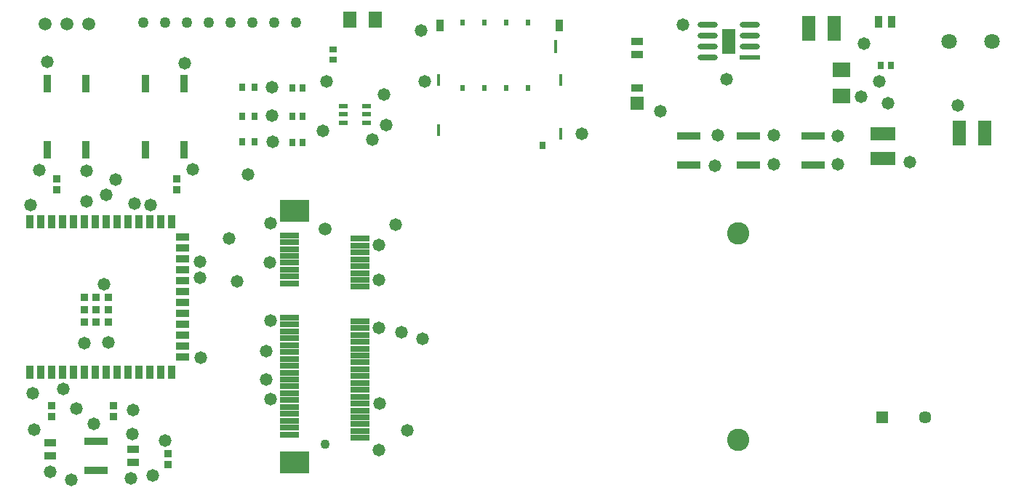
<source format=gts>
G04*
G04 #@! TF.GenerationSoftware,Altium Limited,Altium Designer,24.8.2 (39)*
G04*
G04 Layer_Color=8388736*
%FSLAX44Y44*%
%MOMM*%
G71*
G04*
G04 #@! TF.SameCoordinates,C4C63D13-D3AA-445C-89B5-11D78E456874*
G04*
G04*
G04 #@! TF.FilePolarity,Negative*
G04*
G01*
G75*
%ADD18R,1.5562X1.5544*%
%ADD19R,1.3500X0.9500*%
%ADD20R,0.6000X0.8000*%
%ADD21R,0.8000X0.8500*%
%ADD22R,0.4200X1.4000*%
%ADD23R,0.8700X1.4000*%
%ADD24R,0.4000X1.5000*%
%ADD25R,0.6500X0.9000*%
%ADD26R,0.7500X0.9000*%
%ADD27R,1.6038X2.8550*%
%ADD28R,0.9000X0.7500*%
%ADD29R,1.6038X1.8582*%
%ADD30R,0.9779X0.6096*%
%ADD31R,2.8550X1.6038*%
%ADD32R,0.8890X1.4986*%
%ADD33R,1.4986X0.8890*%
%ADD34R,0.8890X0.8890*%
%ADD35R,0.8582X0.8061*%
%ADD38R,2.8042X0.9531*%
%ADD39R,0.9500X1.3500*%
%ADD41R,0.8636X2.0066*%
G04:AMPARAMS|DCode=42|XSize=2.3531mm|YSize=0.6221mm|CornerRadius=0.3111mm|HoleSize=0mm|Usage=FLASHONLY|Rotation=180.000|XOffset=0mm|YOffset=0mm|HoleType=Round|Shape=RoundedRectangle|*
%AMROUNDEDRECTD42*
21,1,2.3531,0.0000,0,0,180.0*
21,1,1.7310,0.6221,0,0,180.0*
1,1,0.6221,-0.8655,0.0000*
1,1,0.6221,0.8655,0.0000*
1,1,0.6221,0.8655,0.0000*
1,1,0.6221,-0.8655,0.0000*
%
%ADD42ROUNDEDRECTD42*%
%ADD43R,2.3531X0.6221*%
%ADD44R,2.2032X0.8032*%
%ADD45R,3.4032X2.5032*%
%ADD46R,2.1032X1.7032*%
%ADD47C,1.5032*%
%ADD48C,1.1032*%
%ADD49C,2.6032*%
%ADD50R,1.4500X1.4500*%
%ADD51C,1.4500*%
%ADD52C,1.8034*%
%ADD53C,1.2700*%
%ADD54C,1.4986*%
%ADD55C,1.4732*%
D18*
X720090Y462542D02*
D03*
D19*
Y480060D02*
D03*
X36830Y67190D02*
D03*
Y52190D02*
D03*
X133350Y59570D02*
D03*
Y44570D02*
D03*
X720090Y534670D02*
D03*
Y519670D02*
D03*
D20*
X592470Y480640D02*
D03*
X567070D02*
D03*
X541670D02*
D03*
X516270D02*
D03*
X592470Y556840D02*
D03*
X567070D02*
D03*
X541670D02*
D03*
X516270D02*
D03*
D21*
X609870Y413640D02*
D03*
D22*
X631270Y427440D02*
D03*
Y490040D02*
D03*
X488970D02*
D03*
Y431440D02*
D03*
D23*
X490570Y553540D02*
D03*
X629570D02*
D03*
D24*
X625470Y528840D02*
D03*
D25*
X274690Y417830D02*
D03*
X260190D02*
D03*
X259820Y481330D02*
D03*
X274320D02*
D03*
X260190Y447185D02*
D03*
X274690D02*
D03*
D26*
X330470Y447200D02*
D03*
X318470D02*
D03*
Y416560D02*
D03*
X330470D02*
D03*
X318470Y480060D02*
D03*
X330470D02*
D03*
X1015650Y506730D02*
D03*
X1003650D02*
D03*
D27*
X1095224Y427990D02*
D03*
X1124736D02*
D03*
X919964Y549910D02*
D03*
X949476D02*
D03*
X826770Y534670D02*
D03*
D28*
X365760Y513430D02*
D03*
Y525430D02*
D03*
D29*
X385294Y560070D02*
D03*
X414806D02*
D03*
D30*
X377508Y449580D02*
D03*
X404813Y459080D02*
D03*
Y449580D02*
D03*
Y440080D02*
D03*
X377508D02*
D03*
Y459080D02*
D03*
D31*
X1005840Y427506D02*
D03*
Y397994D02*
D03*
D32*
X38370Y149720D02*
D03*
X51070D02*
D03*
X63770D02*
D03*
X76470D02*
D03*
X89170D02*
D03*
X101870D02*
D03*
X114570D02*
D03*
X127270D02*
D03*
X139970D02*
D03*
X152670D02*
D03*
X165370D02*
D03*
X178070D02*
D03*
Y324720D02*
D03*
X165370D02*
D03*
X152670D02*
D03*
X139970D02*
D03*
X127270D02*
D03*
X114570D02*
D03*
X101870D02*
D03*
X89170D02*
D03*
X76470D02*
D03*
X63770D02*
D03*
X51070D02*
D03*
X38370D02*
D03*
X25670D02*
D03*
Y149720D02*
D03*
X12970D02*
D03*
Y324720D02*
D03*
D33*
X190570Y167370D02*
D03*
Y180070D02*
D03*
Y192770D02*
D03*
Y205470D02*
D03*
Y218170D02*
D03*
Y230870D02*
D03*
Y243570D02*
D03*
Y256270D02*
D03*
Y268970D02*
D03*
Y281670D02*
D03*
Y294370D02*
D03*
Y307070D02*
D03*
D34*
X76170Y208220D02*
D03*
X90170Y222220D02*
D03*
X76170D02*
D03*
X90170Y208220D02*
D03*
X76170Y236220D02*
D03*
X90170D02*
D03*
X104170Y208220D02*
D03*
Y236220D02*
D03*
Y222220D02*
D03*
D35*
X38100Y110151D02*
D03*
Y98129D02*
D03*
X173990Y42249D02*
D03*
Y54271D02*
D03*
X110490Y98129D02*
D03*
Y110151D02*
D03*
X44450Y362289D02*
D03*
Y374311D02*
D03*
X184150Y362289D02*
D03*
Y374311D02*
D03*
D38*
X90170Y68820D02*
D03*
Y35320D02*
D03*
X924560Y390920D02*
D03*
Y424420D02*
D03*
X779780Y390920D02*
D03*
Y424420D02*
D03*
X849630Y390920D02*
D03*
Y424420D02*
D03*
D39*
X1015880Y557530D02*
D03*
X1000880D02*
D03*
D41*
X147680Y485521D02*
D03*
X192680D02*
D03*
Y408559D02*
D03*
X147680D02*
D03*
X78380D02*
D03*
X33380D02*
D03*
Y485521D02*
D03*
X78380D02*
D03*
D42*
X851535Y528320D02*
D03*
Y541020D02*
D03*
Y553720D02*
D03*
X802004D02*
D03*
Y541020D02*
D03*
Y528320D02*
D03*
Y515620D02*
D03*
D43*
X851535D02*
D03*
D44*
X397510Y208920D02*
D03*
Y144920D02*
D03*
Y176920D02*
D03*
Y296920D02*
D03*
Y120920D02*
D03*
Y80920D02*
D03*
X315510Y276920D02*
D03*
Y252920D02*
D03*
Y196920D02*
D03*
Y140920D02*
D03*
Y172920D02*
D03*
Y164920D02*
D03*
Y108920D02*
D03*
Y132920D02*
D03*
X397510Y304920D02*
D03*
Y72920D02*
D03*
X315510Y116920D02*
D03*
Y124920D02*
D03*
Y212920D02*
D03*
Y260920D02*
D03*
Y268920D02*
D03*
Y284920D02*
D03*
Y292920D02*
D03*
Y300920D02*
D03*
Y308920D02*
D03*
Y204920D02*
D03*
Y188920D02*
D03*
Y180920D02*
D03*
Y156920D02*
D03*
Y148920D02*
D03*
Y100920D02*
D03*
Y92920D02*
D03*
Y84920D02*
D03*
Y76920D02*
D03*
X397510Y88920D02*
D03*
Y96920D02*
D03*
Y104920D02*
D03*
Y112920D02*
D03*
Y128920D02*
D03*
Y136920D02*
D03*
Y152920D02*
D03*
Y160920D02*
D03*
Y168920D02*
D03*
Y184920D02*
D03*
Y192920D02*
D03*
Y200920D02*
D03*
Y288920D02*
D03*
Y280920D02*
D03*
Y272920D02*
D03*
Y264920D02*
D03*
Y256920D02*
D03*
Y248920D02*
D03*
D45*
X321510Y337420D02*
D03*
Y44420D02*
D03*
D46*
X957580Y471410D02*
D03*
Y501410D02*
D03*
D47*
X356510Y315920D02*
D03*
D48*
Y65920D02*
D03*
D49*
X837370Y70910D02*
D03*
Y311360D02*
D03*
D50*
X1004970Y96520D02*
D03*
D51*
X1054970D02*
D03*
D52*
X1083310Y534670D02*
D03*
X1133310D02*
D03*
D53*
X144780Y556260D02*
D03*
X170180D02*
D03*
X195580D02*
D03*
X220980D02*
D03*
X297180D02*
D03*
X322580D02*
D03*
X271780D02*
D03*
X246380D02*
D03*
D54*
X55880Y554990D02*
D03*
X81280D02*
D03*
X30480D02*
D03*
D55*
X411480Y420370D02*
D03*
X427990Y436880D02*
D03*
X425450Y472440D02*
D03*
X472440Y487680D02*
D03*
X468630Y547370D02*
D03*
X655320Y426720D02*
D03*
X294640Y481330D02*
D03*
Y448310D02*
D03*
X295910Y417830D02*
D03*
X358140Y487680D02*
D03*
X354330Y430530D02*
D03*
X824230Y490220D02*
D03*
X1093470Y459740D02*
D03*
X1012344Y462788D02*
D03*
X746760Y453390D02*
D03*
X980440Y469900D02*
D03*
X1037590Y393700D02*
D03*
X210820Y278130D02*
D03*
X99060Y251460D02*
D03*
X104140Y184150D02*
D03*
X76200Y182880D02*
D03*
X78740Y347980D02*
D03*
X101600Y355600D02*
D03*
X113030Y373380D02*
D03*
X153670Y344170D02*
D03*
X134620Y345440D02*
D03*
X52070Y129540D02*
D03*
X16510Y124460D02*
D03*
X17780Y82550D02*
D03*
X67310Y106680D02*
D03*
X87630Y88900D02*
D03*
X953770Y391160D02*
D03*
Y424180D02*
D03*
X878840Y425450D02*
D03*
Y391160D02*
D03*
X60960Y24130D02*
D03*
X170180Y69850D02*
D03*
X130810Y25400D02*
D03*
X133350Y105410D02*
D03*
X210820Y259080D02*
D03*
X245110Y304800D02*
D03*
X254000Y255270D02*
D03*
X212090Y166370D02*
D03*
X293370Y209550D02*
D03*
X445770Y195580D02*
D03*
X469900Y187960D02*
D03*
X452120Y81280D02*
D03*
X419343Y200903D02*
D03*
X420370Y113030D02*
D03*
X419100Y58420D02*
D03*
X293370Y118110D02*
D03*
X288290Y140970D02*
D03*
Y173990D02*
D03*
X419100Y256540D02*
D03*
Y297180D02*
D03*
X292100Y276860D02*
D03*
X293370Y322580D02*
D03*
X13970Y344170D02*
D03*
X24130Y384810D02*
D03*
X33020Y510540D02*
D03*
X193040Y509270D02*
D03*
X810260Y389890D02*
D03*
X814070Y425450D02*
D03*
X984250Y532130D02*
D03*
X773430Y553720D02*
D03*
X132080Y77470D02*
D03*
X156210Y29210D02*
D03*
X36830Y33020D02*
D03*
X438792Y320943D02*
D03*
X202451Y385572D02*
D03*
X1001776Y488220D02*
D03*
X79248Y383794D02*
D03*
X266700Y379984D02*
D03*
M02*

</source>
